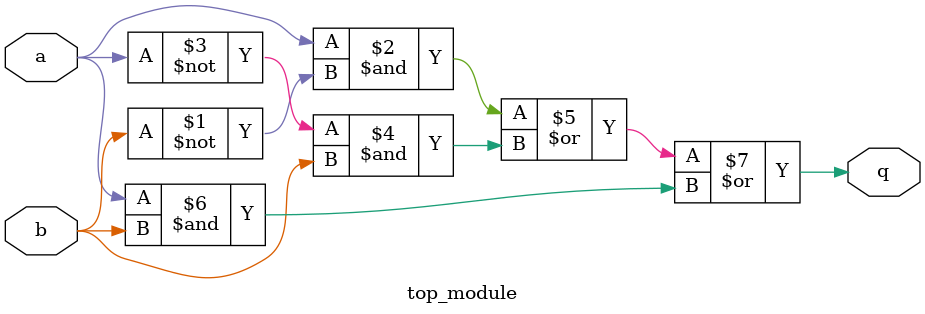
<source format=sv>
module top_module (
    input a, 
    input b, 
    output q
);

assign q = (a & ~b) | (~a & b) | (a & b);

endmodule

</source>
